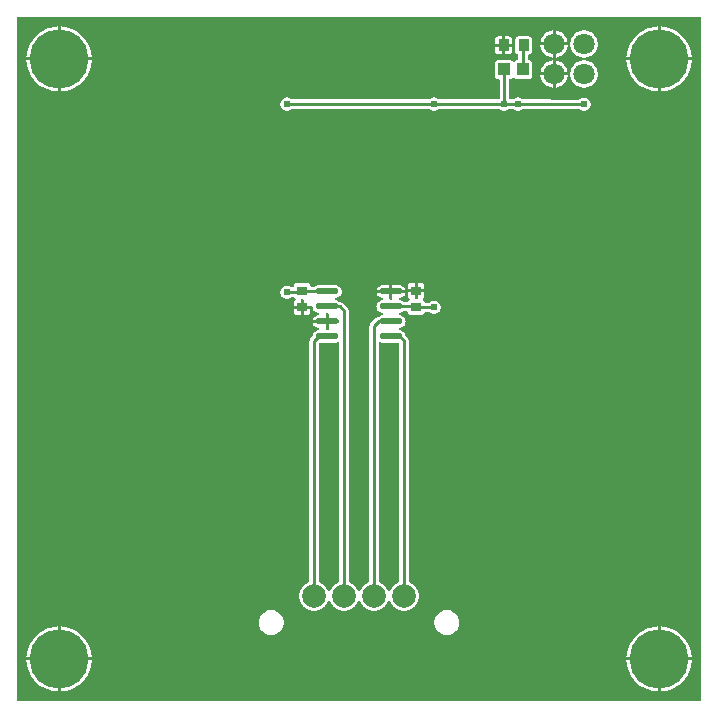
<source format=gtl>
G04 Layer: TopLayer*
G04 Panelize: , Column: 2, Row: 2, Board Size: 58.42mm x 58.42mm, Panelized Board Size: 118.84mm x 118.84mm*
G04 EasyEDA v6.5.34, 2023-08-21 18:11:39*
G04 00f0e8dbea56480481fd11457a506d8e,5a6b42c53f6a479593ecc07194224c93,10*
G04 Gerber Generator version 0.2*
G04 Scale: 100 percent, Rotated: No, Reflected: No *
G04 Dimensions in millimeters *
G04 leading zeros omitted , absolute positions ,4 integer and 5 decimal *
%FSLAX45Y45*%
%MOMM*%

%ADD10C,0.2540*%
%ADD11O,1.950212X0.5684012*%
%ADD12R,0.8999X1.0000*%
%ADD13R,1.0000X1.1000*%
%ADD14R,0.9000X0.8000*%
%ADD15C,5.0000*%
%ADD16C,2.0000*%
%ADD17C,1.8000*%
%ADD18C,0.6096*%
%ADD19C,0.0111*%

%LPD*%
G36*
X5805932Y25908D02*
G01*
X36068Y26416D01*
X32156Y27178D01*
X28905Y29362D01*
X26670Y32664D01*
X25908Y36576D01*
X25908Y5805932D01*
X26670Y5809843D01*
X28905Y5813094D01*
X32156Y5815330D01*
X36068Y5816092D01*
X5805932Y5816092D01*
X5809843Y5815330D01*
X5813094Y5813094D01*
X5815330Y5809843D01*
X5816092Y5805932D01*
X5816092Y36068D01*
X5815330Y32207D01*
X5813094Y28905D01*
X5809843Y26670D01*
G37*

%LPC*%
G36*
X4584700Y5600700D02*
G01*
X4687112Y5600700D01*
X4686960Y5602528D01*
X4684268Y5616803D01*
X4679746Y5630672D01*
X4673549Y5643829D01*
X4665776Y5656122D01*
X4656480Y5667349D01*
X4645863Y5677306D01*
X4634077Y5685840D01*
X4621326Y5692851D01*
X4607814Y5698236D01*
X4593691Y5701842D01*
X4584700Y5702960D01*
G37*
G36*
X393700Y105562D02*
G01*
X398322Y105664D01*
X421284Y108051D01*
X443992Y112369D01*
X466242Y118618D01*
X487934Y126644D01*
X508812Y136499D01*
X528828Y148031D01*
X547827Y161239D01*
X565607Y175971D01*
X582117Y192125D01*
X597204Y209600D01*
X610819Y228295D01*
X622757Y248107D01*
X633018Y268782D01*
X641553Y290271D01*
X648208Y312369D01*
X653034Y334975D01*
X655929Y357936D01*
X656336Y368300D01*
X393700Y368300D01*
G37*
G36*
X5448300Y105613D02*
G01*
X5448300Y368300D01*
X5185410Y368300D01*
X5187289Y346405D01*
X5191150Y323646D01*
X5196890Y301244D01*
X5204460Y279450D01*
X5213858Y258317D01*
X5224983Y238099D01*
X5237784Y218846D01*
X5252161Y200710D01*
X5267960Y183896D01*
X5285130Y168402D01*
X5303520Y154432D01*
X5323027Y142087D01*
X5343499Y131368D01*
X5364835Y122428D01*
X5386781Y115265D01*
X5409285Y109982D01*
X5432145Y106629D01*
G37*
G36*
X368300Y105613D02*
G01*
X368300Y368300D01*
X105410Y368300D01*
X107289Y346405D01*
X111150Y323646D01*
X116890Y301244D01*
X124460Y279450D01*
X133858Y258317D01*
X144983Y238099D01*
X157784Y218846D01*
X172161Y200710D01*
X187960Y183896D01*
X205130Y168402D01*
X223520Y154432D01*
X243027Y142087D01*
X263499Y131368D01*
X284835Y122428D01*
X306781Y115265D01*
X329285Y109982D01*
X352145Y106629D01*
G37*
G36*
X5473700Y393700D02*
G01*
X5736336Y393700D01*
X5735929Y404063D01*
X5733034Y427024D01*
X5728208Y449630D01*
X5721553Y471728D01*
X5713018Y493217D01*
X5702757Y513892D01*
X5690819Y533704D01*
X5677204Y552348D01*
X5662117Y569874D01*
X5645607Y586028D01*
X5627827Y600760D01*
X5608828Y613968D01*
X5588812Y625500D01*
X5567934Y635355D01*
X5546242Y643382D01*
X5523992Y649630D01*
X5501284Y653948D01*
X5478322Y656336D01*
X5473700Y656437D01*
G37*
G36*
X393700Y393700D02*
G01*
X656336Y393700D01*
X655929Y404063D01*
X653034Y427024D01*
X648208Y449630D01*
X641553Y471728D01*
X633018Y493217D01*
X622757Y513892D01*
X610819Y533704D01*
X597204Y552348D01*
X582117Y569874D01*
X565607Y586028D01*
X547827Y600760D01*
X528828Y613968D01*
X508812Y625500D01*
X487934Y635355D01*
X466242Y643382D01*
X443992Y649630D01*
X421284Y653948D01*
X398322Y656336D01*
X393700Y656437D01*
G37*
G36*
X5185410Y393700D02*
G01*
X5448300Y393700D01*
X5448300Y656386D01*
X5432145Y655370D01*
X5409285Y652018D01*
X5386781Y646734D01*
X5364835Y639572D01*
X5343499Y630631D01*
X5323027Y619912D01*
X5303520Y607568D01*
X5285130Y593598D01*
X5267960Y578104D01*
X5252161Y561289D01*
X5237784Y543153D01*
X5224983Y523900D01*
X5213858Y503682D01*
X5204460Y482549D01*
X5196890Y460756D01*
X5191150Y438353D01*
X5187289Y415594D01*
G37*
G36*
X105410Y393700D02*
G01*
X368300Y393700D01*
X368300Y656386D01*
X352145Y655370D01*
X329285Y652018D01*
X306781Y646734D01*
X284835Y639572D01*
X263499Y630631D01*
X243027Y619912D01*
X223520Y607568D01*
X205130Y593598D01*
X187960Y578104D01*
X172161Y561289D01*
X157784Y543153D01*
X144983Y523900D01*
X133858Y503682D01*
X124460Y482549D01*
X116890Y460756D01*
X111150Y438353D01*
X107289Y415594D01*
G37*
G36*
X3664559Y583488D02*
G01*
X3678377Y584403D01*
X3691940Y587095D01*
X3705047Y591566D01*
X3717493Y597662D01*
X3728974Y605383D01*
X3739387Y614527D01*
X3748532Y624941D01*
X3756253Y636422D01*
X3762349Y648868D01*
X3766820Y661974D01*
X3769512Y675538D01*
X3770426Y689356D01*
X3769512Y703224D01*
X3766820Y716788D01*
X3762349Y729894D01*
X3756253Y742340D01*
X3748532Y753821D01*
X3739387Y764235D01*
X3728974Y773379D01*
X3717493Y781100D01*
X3705047Y787196D01*
X3691940Y791667D01*
X3678377Y794359D01*
X3664559Y795274D01*
X3650691Y794359D01*
X3637127Y791667D01*
X3624021Y787196D01*
X3611575Y781100D01*
X3600094Y773379D01*
X3589680Y764235D01*
X3580536Y753821D01*
X3572814Y742340D01*
X3566718Y729894D01*
X3562248Y716788D01*
X3559556Y703224D01*
X3558641Y689356D01*
X3559556Y675538D01*
X3562248Y661974D01*
X3566718Y648868D01*
X3572814Y636422D01*
X3580536Y624941D01*
X3589680Y614527D01*
X3600094Y605383D01*
X3611575Y597662D01*
X3624021Y591566D01*
X3637127Y587095D01*
X3650691Y584403D01*
G37*
G36*
X2177440Y583488D02*
G01*
X2191258Y584403D01*
X2204821Y587095D01*
X2217978Y591566D01*
X2230374Y597662D01*
X2241905Y605383D01*
X2252319Y614527D01*
X2261463Y624941D01*
X2269134Y636422D01*
X2275281Y648868D01*
X2279700Y661974D01*
X2282444Y675538D01*
X2283307Y689356D01*
X2282444Y703224D01*
X2279700Y716788D01*
X2275281Y729894D01*
X2269134Y742340D01*
X2261463Y753821D01*
X2252319Y764235D01*
X2241905Y773379D01*
X2230374Y781100D01*
X2217978Y787196D01*
X2204821Y791667D01*
X2191258Y794359D01*
X2177440Y795274D01*
X2163622Y794359D01*
X2150059Y791667D01*
X2136902Y787196D01*
X2124506Y781100D01*
X2112975Y773379D01*
X2102561Y764235D01*
X2093417Y753821D01*
X2085746Y742340D01*
X2079599Y729894D01*
X2075180Y716788D01*
X2072436Y703224D01*
X2071573Y689356D01*
X2072436Y675538D01*
X2075180Y661974D01*
X2079599Y648868D01*
X2085746Y636422D01*
X2093417Y624941D01*
X2102561Y614527D01*
X2112975Y605383D01*
X2124506Y597662D01*
X2136902Y591566D01*
X2150059Y587095D01*
X2163622Y584403D01*
G37*
G36*
X2540000Y788517D02*
G01*
X2555189Y789432D01*
X2570124Y792175D01*
X2584653Y796696D01*
X2598521Y802894D01*
X2611526Y810768D01*
X2623464Y820166D01*
X2634234Y830884D01*
X2643581Y842873D01*
X2651455Y855878D01*
X2657754Y869797D01*
X2659938Y872947D01*
X2663190Y875080D01*
X2667000Y875792D01*
X2670810Y875080D01*
X2674061Y872947D01*
X2676245Y869797D01*
X2682544Y855878D01*
X2690418Y842873D01*
X2699766Y830884D01*
X2710535Y820166D01*
X2722473Y810768D01*
X2735478Y802894D01*
X2749346Y796696D01*
X2763875Y792175D01*
X2778810Y789432D01*
X2794000Y788517D01*
X2809189Y789432D01*
X2824124Y792175D01*
X2838653Y796696D01*
X2852521Y802894D01*
X2865526Y810768D01*
X2877464Y820166D01*
X2888234Y830884D01*
X2897581Y842873D01*
X2905455Y855878D01*
X2911754Y869797D01*
X2913938Y872947D01*
X2917190Y875080D01*
X2921000Y875792D01*
X2924810Y875080D01*
X2928061Y872947D01*
X2930245Y869797D01*
X2936544Y855878D01*
X2944418Y842873D01*
X2953766Y830884D01*
X2964535Y820166D01*
X2976473Y810768D01*
X2989478Y802894D01*
X3003346Y796696D01*
X3017875Y792175D01*
X3032810Y789432D01*
X3048000Y788517D01*
X3063189Y789432D01*
X3078124Y792175D01*
X3092653Y796696D01*
X3106521Y802894D01*
X3119526Y810768D01*
X3131464Y820166D01*
X3142234Y830884D01*
X3151581Y842873D01*
X3159455Y855878D01*
X3165754Y869797D01*
X3167938Y872947D01*
X3171190Y875080D01*
X3175000Y875792D01*
X3178810Y875080D01*
X3182061Y872947D01*
X3184245Y869797D01*
X3190544Y855878D01*
X3198418Y842873D01*
X3207766Y830884D01*
X3218535Y820166D01*
X3230473Y810768D01*
X3243478Y802894D01*
X3257346Y796696D01*
X3271875Y792175D01*
X3286810Y789432D01*
X3302000Y788517D01*
X3317189Y789432D01*
X3332124Y792175D01*
X3346653Y796696D01*
X3360521Y802894D01*
X3373526Y810768D01*
X3385464Y820166D01*
X3396234Y830884D01*
X3405581Y842873D01*
X3413455Y855878D01*
X3419703Y869746D01*
X3424224Y884275D01*
X3426968Y899210D01*
X3427882Y914400D01*
X3426968Y929538D01*
X3424224Y944524D01*
X3419703Y959053D01*
X3413455Y972870D01*
X3405581Y985875D01*
X3396234Y997864D01*
X3385464Y1008634D01*
X3373526Y1017981D01*
X3360521Y1025855D01*
X3346602Y1032103D01*
X3343452Y1034338D01*
X3341319Y1037590D01*
X3340608Y1041400D01*
X3340608Y3072892D01*
X3339795Y3080918D01*
X3337610Y3088132D01*
X3334054Y3094837D01*
X3328924Y3101035D01*
X3317138Y3112820D01*
X3315106Y3115716D01*
X3314039Y3120898D01*
X3311601Y3130042D01*
X3307587Y3138627D01*
X3302203Y3146399D01*
X3295497Y3153105D01*
X3287725Y3158490D01*
X3279140Y3162503D01*
X3269183Y3165195D01*
X3265271Y3167227D01*
X3262629Y3170682D01*
X3261664Y3175000D01*
X3262629Y3179267D01*
X3265271Y3182772D01*
X3269183Y3184804D01*
X3279140Y3187496D01*
X3287725Y3191459D01*
X3295497Y3196894D01*
X3302203Y3203600D01*
X3307587Y3211372D01*
X3311601Y3219907D01*
X3314039Y3229051D01*
X3314903Y3238500D01*
X3314039Y3247898D01*
X3311601Y3257042D01*
X3307587Y3265627D01*
X3302203Y3273399D01*
X3295497Y3280105D01*
X3287725Y3285490D01*
X3279140Y3289503D01*
X3269183Y3292195D01*
X3265271Y3294227D01*
X3262629Y3297682D01*
X3261664Y3302000D01*
X3262629Y3306267D01*
X3265271Y3309772D01*
X3269183Y3311804D01*
X3279140Y3314496D01*
X3287725Y3318459D01*
X3298799Y3326129D01*
X3302660Y3326892D01*
X3322777Y3326892D01*
X3326384Y3326231D01*
X3329533Y3324301D01*
X3331819Y3321405D01*
X3332886Y3317849D01*
X3333394Y3313226D01*
X3335324Y3307791D01*
X3338372Y3302914D01*
X3342487Y3298799D01*
X3347364Y3295700D01*
X3352850Y3293821D01*
X3359150Y3293110D01*
X3447999Y3293110D01*
X3454349Y3293821D01*
X3459784Y3295700D01*
X3464712Y3298799D01*
X3468776Y3302914D01*
X3471875Y3307791D01*
X3473907Y3313582D01*
X3476040Y3317138D01*
X3479444Y3319526D01*
X3483508Y3320338D01*
X3510991Y3320338D01*
X3514902Y3319576D01*
X3518204Y3317392D01*
X3519779Y3315817D01*
X3527806Y3310178D01*
X3536696Y3306013D01*
X3546195Y3303473D01*
X3556000Y3302609D01*
X3565753Y3303473D01*
X3575253Y3306013D01*
X3584143Y3310178D01*
X3592220Y3315817D01*
X3599129Y3322777D01*
X3604768Y3330803D01*
X3608933Y3339693D01*
X3611473Y3349193D01*
X3612337Y3358997D01*
X3611473Y3368751D01*
X3608933Y3378250D01*
X3604768Y3387140D01*
X3599129Y3395218D01*
X3592220Y3402126D01*
X3584143Y3407765D01*
X3575253Y3411931D01*
X3565753Y3414471D01*
X3556000Y3415334D01*
X3546195Y3414471D01*
X3536696Y3411931D01*
X3527806Y3407765D01*
X3519779Y3402126D01*
X3518154Y3400551D01*
X3514902Y3398367D01*
X3510991Y3397554D01*
X3483508Y3397554D01*
X3479444Y3398418D01*
X3476040Y3400806D01*
X3473907Y3404362D01*
X3471875Y3410204D01*
X3468776Y3415131D01*
X3464712Y3419195D01*
X3462832Y3420414D01*
X3459886Y3423208D01*
X3458260Y3426968D01*
X3458260Y3431032D01*
X3459886Y3434791D01*
X3462832Y3437585D01*
X3464712Y3438753D01*
X3468776Y3442868D01*
X3471875Y3447745D01*
X3473805Y3453231D01*
X3474516Y3459530D01*
X3474516Y3486302D01*
X3416300Y3486302D01*
X3416300Y3435045D01*
X3415537Y3431184D01*
X3413302Y3427882D01*
X3410000Y3425698D01*
X3406140Y3424885D01*
X3401060Y3424885D01*
X3397148Y3425698D01*
X3393846Y3427882D01*
X3391662Y3431184D01*
X3390900Y3435045D01*
X3390900Y3486302D01*
X3334308Y3486302D01*
X3332022Y3482746D01*
X3330295Y3481628D01*
X3331819Y3479444D01*
X3332683Y3475380D01*
X3332683Y3459530D01*
X3333394Y3453231D01*
X3335324Y3447745D01*
X3338372Y3442868D01*
X3342487Y3438753D01*
X3344367Y3437585D01*
X3347313Y3434791D01*
X3348888Y3431032D01*
X3348888Y3426968D01*
X3347313Y3423208D01*
X3344367Y3420414D01*
X3342487Y3419195D01*
X3338423Y3415131D01*
X3334613Y3408934D01*
X3332327Y3406343D01*
X3329330Y3404666D01*
X3325977Y3404108D01*
X3302660Y3404108D01*
X3298799Y3404870D01*
X3287725Y3412490D01*
X3279140Y3416503D01*
X3269183Y3419195D01*
X3265271Y3421227D01*
X3262629Y3424682D01*
X3261664Y3429000D01*
X3262629Y3433267D01*
X3265271Y3436772D01*
X3269183Y3438804D01*
X3279140Y3441496D01*
X3287725Y3445459D01*
X3295497Y3450894D01*
X3302203Y3457600D01*
X3307587Y3465372D01*
X3311601Y3473907D01*
X3312718Y3478022D01*
X3313582Y3479800D01*
X3204210Y3479800D01*
X3204210Y3429965D01*
X3203448Y3426104D01*
X3201212Y3422802D01*
X3197910Y3420618D01*
X3194050Y3419805D01*
X3188970Y3419805D01*
X3185058Y3420618D01*
X3181756Y3422802D01*
X3179572Y3426104D01*
X3178810Y3429965D01*
X3178810Y3479800D01*
X3069844Y3479800D01*
X3071418Y3473907D01*
X3075381Y3465372D01*
X3080816Y3457600D01*
X3087522Y3450894D01*
X3095294Y3445459D01*
X3103829Y3441496D01*
X3113836Y3438804D01*
X3117697Y3436772D01*
X3120390Y3433267D01*
X3121355Y3429000D01*
X3120390Y3424682D01*
X3117697Y3421227D01*
X3113836Y3419195D01*
X3103829Y3416503D01*
X3095294Y3412490D01*
X3087522Y3407105D01*
X3080816Y3400399D01*
X3075381Y3392627D01*
X3071418Y3384042D01*
X3068929Y3374898D01*
X3068116Y3365500D01*
X3068929Y3356051D01*
X3071418Y3346907D01*
X3075381Y3338372D01*
X3080816Y3330600D01*
X3087522Y3323894D01*
X3095294Y3318459D01*
X3103829Y3314496D01*
X3113836Y3311804D01*
X3117697Y3309772D01*
X3120390Y3306267D01*
X3121355Y3302000D01*
X3120390Y3297682D01*
X3117697Y3294227D01*
X3113836Y3292195D01*
X3103829Y3289503D01*
X3095294Y3285490D01*
X3087522Y3280105D01*
X3084068Y3277463D01*
X3078581Y3276295D01*
X3071317Y3274110D01*
X3064662Y3270554D01*
X3058464Y3265424D01*
X3021076Y3228035D01*
X3015945Y3221837D01*
X3012389Y3215132D01*
X3010204Y3207918D01*
X3009392Y3199892D01*
X3009392Y1041400D01*
X3008680Y1037590D01*
X3006547Y1034338D01*
X3003397Y1032103D01*
X2989478Y1025855D01*
X2976473Y1017981D01*
X2964535Y1008634D01*
X2953766Y997864D01*
X2944418Y985875D01*
X2936544Y972870D01*
X2930245Y958951D01*
X2928061Y955802D01*
X2924810Y953719D01*
X2921000Y952957D01*
X2917190Y953719D01*
X2913938Y955802D01*
X2911754Y958951D01*
X2905455Y972870D01*
X2897581Y985875D01*
X2888234Y997864D01*
X2877464Y1008634D01*
X2865526Y1017981D01*
X2852521Y1025855D01*
X2838602Y1032103D01*
X2835452Y1034338D01*
X2833319Y1037590D01*
X2832608Y1041400D01*
X2832608Y3326892D01*
X2831795Y3334918D01*
X2829610Y3342132D01*
X2826054Y3348786D01*
X2820924Y3355035D01*
X2783535Y3392424D01*
X2777337Y3397554D01*
X2770632Y3401110D01*
X2763418Y3403295D01*
X2757932Y3404463D01*
X2754477Y3407105D01*
X2746705Y3412490D01*
X2738120Y3416503D01*
X2728163Y3419195D01*
X2724251Y3421227D01*
X2721610Y3424682D01*
X2720644Y3429000D01*
X2721610Y3433267D01*
X2724251Y3436772D01*
X2728163Y3438804D01*
X2738120Y3441496D01*
X2746705Y3445459D01*
X2754477Y3450894D01*
X2761183Y3457600D01*
X2766568Y3465372D01*
X2770581Y3473907D01*
X2773019Y3483051D01*
X2773883Y3492500D01*
X2773019Y3501898D01*
X2770581Y3511042D01*
X2766568Y3519627D01*
X2761183Y3527399D01*
X2754477Y3534105D01*
X2746705Y3539490D01*
X2738120Y3543503D01*
X2729026Y3545941D01*
X2719120Y3546805D01*
X2581859Y3546805D01*
X2571953Y3545941D01*
X2562809Y3543503D01*
X2554274Y3539490D01*
X2543200Y3531870D01*
X2539288Y3531108D01*
X2519222Y3531108D01*
X2515565Y3531768D01*
X2512415Y3533698D01*
X2510180Y3536594D01*
X2509113Y3540099D01*
X2508605Y3544722D01*
X2506675Y3550208D01*
X2503576Y3555085D01*
X2499512Y3559200D01*
X2494584Y3562248D01*
X2489149Y3564178D01*
X2482799Y3564890D01*
X2393950Y3564890D01*
X2387650Y3564178D01*
X2382164Y3562248D01*
X2377287Y3559200D01*
X2373172Y3555085D01*
X2370124Y3550208D01*
X2368194Y3544722D01*
X2367483Y3538423D01*
X2367483Y3534765D01*
X2366721Y3530854D01*
X2364486Y3527551D01*
X2361234Y3525367D01*
X2356408Y3524605D01*
X2352497Y3525367D01*
X2349195Y3527551D01*
X2347620Y3529126D01*
X2339594Y3534765D01*
X2330653Y3538931D01*
X2321204Y3541471D01*
X2311400Y3542334D01*
X2301595Y3541471D01*
X2292146Y3538931D01*
X2283206Y3534765D01*
X2275179Y3529126D01*
X2268220Y3522218D01*
X2262581Y3514140D01*
X2258466Y3505250D01*
X2255926Y3495751D01*
X2255062Y3485997D01*
X2255926Y3476193D01*
X2258466Y3466693D01*
X2262581Y3457803D01*
X2268220Y3449777D01*
X2275179Y3442817D01*
X2283206Y3437178D01*
X2292146Y3433013D01*
X2301595Y3430473D01*
X2311400Y3429609D01*
X2321204Y3430473D01*
X2330653Y3433013D01*
X2339594Y3437178D01*
X2347620Y3442817D01*
X2349195Y3444392D01*
X2352497Y3446576D01*
X2356408Y3447389D01*
X2364740Y3447389D01*
X2367991Y3446830D01*
X2370937Y3445306D01*
X2377287Y3438753D01*
X2379167Y3437585D01*
X2382113Y3434791D01*
X2383688Y3431032D01*
X2383688Y3426968D01*
X2382113Y3423208D01*
X2379167Y3420414D01*
X2377287Y3419195D01*
X2373172Y3415131D01*
X2370124Y3410204D01*
X2368194Y3404768D01*
X2367483Y3398418D01*
X2367483Y3371697D01*
X2425700Y3371697D01*
X2425700Y3422904D01*
X2426462Y3426815D01*
X2428646Y3430117D01*
X2431948Y3432301D01*
X2435860Y3433064D01*
X2440940Y3433064D01*
X2444800Y3432301D01*
X2448102Y3430117D01*
X2450338Y3426815D01*
X2451100Y3422904D01*
X2451100Y3371697D01*
X2517241Y3371697D01*
X2520950Y3370986D01*
X2524099Y3369056D01*
X2526385Y3366058D01*
X2527350Y3362451D01*
X2527808Y3357372D01*
X2527503Y3354578D01*
X2529281Y3351022D01*
X2530398Y3346907D01*
X2534361Y3338372D01*
X2539796Y3330600D01*
X2546502Y3323894D01*
X2554274Y3318459D01*
X2562809Y3314496D01*
X2572816Y3311804D01*
X2576677Y3309772D01*
X2579370Y3306267D01*
X2580335Y3302000D01*
X2579370Y3297682D01*
X2576677Y3294227D01*
X2572816Y3292195D01*
X2562809Y3289503D01*
X2554274Y3285490D01*
X2546502Y3280105D01*
X2539796Y3273399D01*
X2534361Y3265627D01*
X2530398Y3257042D01*
X2528824Y3251200D01*
X2637790Y3251200D01*
X2637790Y3300984D01*
X2638552Y3304895D01*
X2640736Y3308197D01*
X2644038Y3310382D01*
X2647950Y3311144D01*
X2653030Y3311144D01*
X2656890Y3310382D01*
X2660192Y3308197D01*
X2662428Y3304895D01*
X2663190Y3300984D01*
X2663190Y3251200D01*
X2745232Y3251200D01*
X2749143Y3250438D01*
X2752394Y3248202D01*
X2754630Y3244900D01*
X2755392Y3241040D01*
X2755392Y3235960D01*
X2754630Y3232048D01*
X2752394Y3228746D01*
X2749143Y3226562D01*
X2745232Y3225800D01*
X2663190Y3225800D01*
X2663190Y3175965D01*
X2662428Y3172104D01*
X2660192Y3168802D01*
X2656890Y3166618D01*
X2653030Y3165805D01*
X2647950Y3165805D01*
X2644038Y3166618D01*
X2640736Y3168802D01*
X2638552Y3172104D01*
X2637790Y3175965D01*
X2637790Y3225800D01*
X2528824Y3225800D01*
X2530398Y3219907D01*
X2534361Y3211372D01*
X2539796Y3203600D01*
X2546502Y3196894D01*
X2554274Y3191459D01*
X2562809Y3187496D01*
X2572816Y3184804D01*
X2576677Y3182772D01*
X2579370Y3179267D01*
X2580335Y3175000D01*
X2579370Y3170682D01*
X2576677Y3167227D01*
X2572816Y3165195D01*
X2562809Y3162503D01*
X2554274Y3158490D01*
X2546502Y3153105D01*
X2539796Y3146399D01*
X2534361Y3138627D01*
X2530398Y3130042D01*
X2527909Y3120898D01*
X2526842Y3115716D01*
X2524861Y3112820D01*
X2513076Y3101035D01*
X2507945Y3094837D01*
X2504389Y3088132D01*
X2502204Y3080918D01*
X2501392Y3072892D01*
X2501392Y1041400D01*
X2500680Y1037590D01*
X2498547Y1034338D01*
X2495397Y1032103D01*
X2481478Y1025855D01*
X2468473Y1017981D01*
X2456535Y1008634D01*
X2445766Y997864D01*
X2436418Y985875D01*
X2428544Y972870D01*
X2422296Y959053D01*
X2417775Y944524D01*
X2415032Y929538D01*
X2414117Y914400D01*
X2415032Y899210D01*
X2417775Y884275D01*
X2422296Y869746D01*
X2428544Y855878D01*
X2436418Y842873D01*
X2445766Y830884D01*
X2456535Y820166D01*
X2468473Y810768D01*
X2481478Y802894D01*
X2495346Y796696D01*
X2509875Y792175D01*
X2524810Y789432D01*
G37*
G36*
X4456887Y5600700D02*
G01*
X4559300Y5600700D01*
X4559300Y5702960D01*
X4550308Y5701842D01*
X4536186Y5698236D01*
X4522673Y5692851D01*
X4509922Y5685840D01*
X4498136Y5677306D01*
X4487519Y5667349D01*
X4478223Y5656122D01*
X4470450Y5643829D01*
X4464253Y5630672D01*
X4459732Y5616803D01*
X4457039Y5602528D01*
G37*
G36*
X4156811Y5588000D02*
G01*
X4214977Y5588000D01*
X4214977Y5624728D01*
X4214266Y5631027D01*
X4212386Y5636514D01*
X4209288Y5641390D01*
X4205224Y5645505D01*
X4200296Y5648604D01*
X4194860Y5650484D01*
X4188510Y5651195D01*
X4156811Y5651195D01*
G37*
G36*
X4073194Y5588000D02*
G01*
X4131411Y5588000D01*
X4131411Y5651195D01*
X4099661Y5651195D01*
X4093362Y5650484D01*
X4087876Y5648604D01*
X4082999Y5645505D01*
X4078884Y5641390D01*
X4075785Y5636514D01*
X4073906Y5631027D01*
X4073194Y5624728D01*
G37*
G36*
X4156811Y5499404D02*
G01*
X4188510Y5499404D01*
X4194860Y5500116D01*
X4200296Y5501995D01*
X4205224Y5505094D01*
X4209288Y5509158D01*
X4212386Y5514086D01*
X4214266Y5519521D01*
X4214977Y5525871D01*
X4214977Y5562600D01*
X4156811Y5562600D01*
G37*
G36*
X4099661Y5499404D02*
G01*
X4131411Y5499404D01*
X4131411Y5562600D01*
X4073194Y5562600D01*
X4073194Y5525871D01*
X4073906Y5519521D01*
X4075785Y5514086D01*
X4078884Y5509158D01*
X4082999Y5505094D01*
X4087876Y5501995D01*
X4093362Y5500116D01*
G37*
G36*
X105410Y5473700D02*
G01*
X368300Y5473700D01*
X368300Y5736386D01*
X352145Y5735370D01*
X329285Y5732018D01*
X306781Y5726734D01*
X284835Y5719572D01*
X263499Y5710631D01*
X243027Y5699912D01*
X223520Y5687568D01*
X205130Y5673598D01*
X187960Y5658104D01*
X172161Y5641289D01*
X157784Y5623153D01*
X144983Y5603900D01*
X133858Y5583682D01*
X124460Y5562549D01*
X116890Y5540756D01*
X111150Y5518353D01*
X107289Y5495594D01*
G37*
G36*
X5185410Y5473700D02*
G01*
X5448300Y5473700D01*
X5448300Y5736386D01*
X5432145Y5735370D01*
X5409285Y5732018D01*
X5386781Y5726734D01*
X5364835Y5719572D01*
X5343499Y5710631D01*
X5323027Y5699912D01*
X5303520Y5687568D01*
X5285130Y5673598D01*
X5267960Y5658104D01*
X5252161Y5641289D01*
X5237784Y5623153D01*
X5224983Y5603900D01*
X5213858Y5583682D01*
X5204460Y5562549D01*
X5196890Y5540756D01*
X5191150Y5518353D01*
X5187289Y5495594D01*
G37*
G36*
X393700Y5473700D02*
G01*
X656336Y5473700D01*
X655929Y5484063D01*
X653034Y5507024D01*
X648208Y5529630D01*
X641553Y5551728D01*
X633018Y5573217D01*
X622757Y5593892D01*
X610819Y5613704D01*
X597204Y5632348D01*
X582117Y5649874D01*
X565607Y5666028D01*
X547827Y5680760D01*
X528828Y5693968D01*
X508812Y5705500D01*
X487934Y5715355D01*
X466242Y5723382D01*
X443992Y5729630D01*
X421284Y5733948D01*
X398322Y5736336D01*
X393700Y5736437D01*
G37*
G36*
X2393950Y3293110D02*
G01*
X2425700Y3293110D01*
X2425700Y3346297D01*
X2367483Y3346297D01*
X2367483Y3319576D01*
X2368194Y3313226D01*
X2370124Y3307791D01*
X2373172Y3302914D01*
X2377287Y3298799D01*
X2382164Y3295700D01*
X2387650Y3293821D01*
G37*
G36*
X2451100Y3293110D02*
G01*
X2482799Y3293110D01*
X2489149Y3293821D01*
X2494584Y3295700D01*
X2499512Y3298799D01*
X2503576Y3302914D01*
X2506675Y3307791D01*
X2508605Y3313226D01*
X2509316Y3319576D01*
X2509316Y3346297D01*
X2451100Y3346297D01*
G37*
G36*
X5473700Y5473700D02*
G01*
X5736336Y5473700D01*
X5735929Y5484063D01*
X5733034Y5507024D01*
X5728208Y5529630D01*
X5721553Y5551728D01*
X5713018Y5573217D01*
X5702757Y5593892D01*
X5690819Y5613704D01*
X5677204Y5632348D01*
X5662117Y5649874D01*
X5645607Y5666028D01*
X5627827Y5680760D01*
X5608828Y5693968D01*
X5588812Y5705500D01*
X5567934Y5715355D01*
X5546242Y5723382D01*
X5523992Y5729630D01*
X5501284Y5733948D01*
X5478322Y5736336D01*
X5473700Y5736437D01*
G37*
G36*
X4584700Y5473039D02*
G01*
X4593691Y5474157D01*
X4607814Y5477764D01*
X4621326Y5483148D01*
X4634077Y5490159D01*
X4645863Y5498693D01*
X4656480Y5508650D01*
X4665776Y5519877D01*
X4673549Y5532170D01*
X4679746Y5545328D01*
X4684268Y5559196D01*
X4686960Y5573471D01*
X4687112Y5575300D01*
X4584700Y5575300D01*
G37*
G36*
X4559300Y5473039D02*
G01*
X4559300Y5575300D01*
X4456887Y5575300D01*
X4457039Y5573471D01*
X4459732Y5559196D01*
X4464253Y5545328D01*
X4470450Y5532170D01*
X4478223Y5519877D01*
X4487519Y5508650D01*
X4498136Y5498693D01*
X4509922Y5490159D01*
X4522673Y5483148D01*
X4536186Y5477764D01*
X4550308Y5474157D01*
G37*
G36*
X4818735Y5472328D02*
G01*
X4833264Y5472328D01*
X4847691Y5474157D01*
X4861814Y5477764D01*
X4875326Y5483148D01*
X4888077Y5490159D01*
X4899863Y5498693D01*
X4910480Y5508650D01*
X4919776Y5519877D01*
X4927549Y5532170D01*
X4933746Y5545328D01*
X4938268Y5559196D01*
X4940960Y5573471D01*
X4941874Y5588000D01*
X4940960Y5602528D01*
X4938268Y5616803D01*
X4933746Y5630672D01*
X4927549Y5643829D01*
X4919776Y5656122D01*
X4910480Y5667349D01*
X4899863Y5677306D01*
X4888077Y5685840D01*
X4875326Y5692851D01*
X4861814Y5698236D01*
X4847691Y5701842D01*
X4833264Y5703671D01*
X4818735Y5703671D01*
X4804308Y5701842D01*
X4790186Y5698236D01*
X4776673Y5692851D01*
X4763922Y5685840D01*
X4752136Y5677306D01*
X4741519Y5667349D01*
X4732223Y5656122D01*
X4724450Y5643829D01*
X4718253Y5630672D01*
X4713732Y5616803D01*
X4711039Y5602528D01*
X4710125Y5588000D01*
X4711039Y5573471D01*
X4713732Y5559196D01*
X4718253Y5545328D01*
X4724450Y5532170D01*
X4732223Y5519877D01*
X4741519Y5508650D01*
X4752136Y5498693D01*
X4763922Y5490159D01*
X4776673Y5483148D01*
X4790186Y5477764D01*
X4804308Y5474157D01*
G37*
G36*
X4584700Y5346700D02*
G01*
X4687112Y5346700D01*
X4686960Y5348528D01*
X4684268Y5362803D01*
X4679746Y5376672D01*
X4673549Y5389829D01*
X4665776Y5402122D01*
X4656480Y5413349D01*
X4645863Y5423306D01*
X4634077Y5431840D01*
X4621326Y5438851D01*
X4607814Y5444236D01*
X4593691Y5447842D01*
X4584700Y5448960D01*
G37*
G36*
X4456887Y5346700D02*
G01*
X4559300Y5346700D01*
X4559300Y5448960D01*
X4550308Y5447842D01*
X4536186Y5444236D01*
X4522673Y5438851D01*
X4509922Y5431840D01*
X4498136Y5423306D01*
X4487519Y5413349D01*
X4478223Y5402122D01*
X4470450Y5389829D01*
X4464253Y5376672D01*
X4459732Y5362803D01*
X4457039Y5348528D01*
G37*
G36*
X4584700Y5219039D02*
G01*
X4593691Y5220157D01*
X4607814Y5223764D01*
X4621326Y5229148D01*
X4634077Y5236159D01*
X4645863Y5244693D01*
X4656480Y5254650D01*
X4665776Y5265877D01*
X4673549Y5278170D01*
X4679746Y5291328D01*
X4684268Y5305196D01*
X4686960Y5319471D01*
X4687112Y5321300D01*
X4584700Y5321300D01*
G37*
G36*
X4559300Y5219039D02*
G01*
X4559300Y5321300D01*
X4456887Y5321300D01*
X4457039Y5319471D01*
X4459732Y5305196D01*
X4464253Y5291328D01*
X4470450Y5278170D01*
X4478223Y5265877D01*
X4487519Y5254650D01*
X4498136Y5244693D01*
X4509922Y5236159D01*
X4522673Y5229148D01*
X4536186Y5223764D01*
X4550308Y5220157D01*
G37*
G36*
X3204210Y3505200D02*
G01*
X3313074Y3505200D01*
X3311601Y3511042D01*
X3307587Y3519627D01*
X3302203Y3527399D01*
X3295497Y3534105D01*
X3287725Y3539490D01*
X3279140Y3543503D01*
X3270046Y3545941D01*
X3260140Y3546805D01*
X3204210Y3546805D01*
G37*
G36*
X3069844Y3505200D02*
G01*
X3178810Y3505200D01*
X3178810Y3546805D01*
X3122879Y3546805D01*
X3112973Y3545941D01*
X3103829Y3543503D01*
X3095294Y3539490D01*
X3087522Y3534105D01*
X3080816Y3527399D01*
X3075381Y3519627D01*
X3071418Y3511042D01*
G37*
G36*
X3416300Y3511702D02*
G01*
X3474516Y3511702D01*
X3474516Y3538423D01*
X3473805Y3544722D01*
X3471875Y3550208D01*
X3468776Y3555085D01*
X3464712Y3559200D01*
X3459784Y3562248D01*
X3454349Y3564178D01*
X3447999Y3564890D01*
X3416300Y3564890D01*
G37*
G36*
X3332683Y3511702D02*
G01*
X3390900Y3511702D01*
X3390900Y3564890D01*
X3359150Y3564890D01*
X3352850Y3564178D01*
X3347364Y3562248D01*
X3342487Y3559200D01*
X3338372Y3555085D01*
X3335324Y3550208D01*
X3333394Y3544722D01*
X3332683Y3538423D01*
G37*
G36*
X5473700Y105562D02*
G01*
X5478322Y105664D01*
X5501284Y108051D01*
X5523992Y112369D01*
X5546242Y118618D01*
X5567934Y126644D01*
X5588812Y136499D01*
X5608828Y148031D01*
X5627827Y161239D01*
X5645607Y175971D01*
X5662117Y192125D01*
X5677204Y209600D01*
X5690819Y228295D01*
X5702757Y248107D01*
X5713018Y268782D01*
X5721553Y290271D01*
X5728208Y312369D01*
X5733034Y334975D01*
X5735929Y357936D01*
X5736336Y368300D01*
X5473700Y368300D01*
G37*
G36*
X4818735Y5218328D02*
G01*
X4833264Y5218328D01*
X4847691Y5220157D01*
X4861814Y5223764D01*
X4875326Y5229148D01*
X4888077Y5236159D01*
X4899863Y5244693D01*
X4910480Y5254650D01*
X4919776Y5265877D01*
X4927549Y5278170D01*
X4933746Y5291328D01*
X4938268Y5305196D01*
X4940960Y5319471D01*
X4941874Y5334000D01*
X4940960Y5348528D01*
X4938268Y5362803D01*
X4933746Y5376672D01*
X4927549Y5389829D01*
X4919776Y5402122D01*
X4910480Y5413349D01*
X4899863Y5423306D01*
X4888077Y5431840D01*
X4875326Y5438851D01*
X4861814Y5444236D01*
X4847691Y5447842D01*
X4833264Y5449671D01*
X4818735Y5449671D01*
X4804308Y5447842D01*
X4790186Y5444236D01*
X4776673Y5438851D01*
X4763922Y5431840D01*
X4752136Y5423306D01*
X4741519Y5413349D01*
X4732223Y5402122D01*
X4724450Y5389829D01*
X4718253Y5376672D01*
X4713732Y5362803D01*
X4711039Y5348528D01*
X4710125Y5334000D01*
X4711039Y5319471D01*
X4713732Y5305196D01*
X4718253Y5291328D01*
X4724450Y5278170D01*
X4732223Y5265877D01*
X4741519Y5254650D01*
X4752136Y5244693D01*
X4763922Y5236159D01*
X4776673Y5229148D01*
X4790186Y5223764D01*
X4804308Y5220157D01*
G37*
G36*
X4826000Y5022138D02*
G01*
X4835804Y5023002D01*
X4845253Y5025542D01*
X4854194Y5029708D01*
X4862220Y5035346D01*
X4869180Y5042255D01*
X4874818Y5050332D01*
X4878933Y5059222D01*
X4881473Y5068722D01*
X4882337Y5078476D01*
X4881473Y5088280D01*
X4878933Y5097780D01*
X4874818Y5106670D01*
X4869180Y5114747D01*
X4862220Y5121656D01*
X4854194Y5127294D01*
X4845253Y5131460D01*
X4835804Y5134000D01*
X4826000Y5134864D01*
X4816195Y5134000D01*
X4806746Y5131460D01*
X4797806Y5127294D01*
X4789779Y5121656D01*
X4788306Y5120182D01*
X4785004Y5117947D01*
X4781092Y5117185D01*
X4312310Y5118455D01*
X4308398Y5119268D01*
X4305147Y5121452D01*
X4303420Y5123180D01*
X4295394Y5128818D01*
X4286453Y5132933D01*
X4277004Y5135473D01*
X4267200Y5136337D01*
X4257395Y5135473D01*
X4247946Y5132933D01*
X4239006Y5128818D01*
X4230979Y5123180D01*
X4229404Y5121554D01*
X4226102Y5119370D01*
X4222191Y5118608D01*
X4197858Y5118608D01*
X4193997Y5119370D01*
X4190695Y5121554D01*
X4188460Y5124856D01*
X4187698Y5128768D01*
X4187698Y5281015D01*
X4188358Y5284673D01*
X4190339Y5287873D01*
X4193286Y5290108D01*
X4196892Y5291124D01*
X4204919Y5291937D01*
X4210304Y5293817D01*
X4215231Y5296916D01*
X4219295Y5300980D01*
X4220514Y5302859D01*
X4223308Y5305806D01*
X4227068Y5307431D01*
X4231132Y5307431D01*
X4234891Y5305806D01*
X4237685Y5302859D01*
X4238904Y5300980D01*
X4242968Y5296916D01*
X4247896Y5293817D01*
X4253331Y5291886D01*
X4259681Y5291175D01*
X4358538Y5291175D01*
X4364837Y5291886D01*
X4370324Y5293817D01*
X4375200Y5296916D01*
X4379315Y5300980D01*
X4382363Y5305907D01*
X4384294Y5311343D01*
X4385005Y5317693D01*
X4385005Y5426506D01*
X4384294Y5432856D01*
X4382363Y5438292D01*
X4379315Y5443220D01*
X4375200Y5447284D01*
X4370324Y5450382D01*
X4364939Y5452262D01*
X4356862Y5453075D01*
X4353306Y5454091D01*
X4350308Y5456326D01*
X4348378Y5459526D01*
X4347667Y5463184D01*
X4347667Y5489244D01*
X4348378Y5492902D01*
X4350308Y5496052D01*
X4353306Y5498287D01*
X4356862Y5499354D01*
X4364888Y5500116D01*
X4370324Y5501995D01*
X4375200Y5505094D01*
X4379315Y5509158D01*
X4382363Y5514086D01*
X4384294Y5519521D01*
X4385005Y5525871D01*
X4385005Y5624728D01*
X4384294Y5631027D01*
X4382363Y5636514D01*
X4379315Y5641390D01*
X4375200Y5645505D01*
X4370324Y5648604D01*
X4364837Y5650484D01*
X4358538Y5651195D01*
X4269689Y5651195D01*
X4263339Y5650484D01*
X4257903Y5648604D01*
X4252976Y5645505D01*
X4248912Y5641390D01*
X4245813Y5636514D01*
X4243882Y5631027D01*
X4243171Y5624728D01*
X4243171Y5525871D01*
X4243882Y5519521D01*
X4245813Y5514086D01*
X4248912Y5509158D01*
X4252976Y5505094D01*
X4257903Y5501995D01*
X4263694Y5499963D01*
X4267200Y5497830D01*
X4269638Y5494477D01*
X4270451Y5490413D01*
X4270451Y5463184D01*
X4269790Y5459526D01*
X4267860Y5456326D01*
X4264863Y5454091D01*
X4261307Y5453075D01*
X4253280Y5452262D01*
X4247896Y5450382D01*
X4242968Y5447284D01*
X4238904Y5443220D01*
X4237685Y5441340D01*
X4234891Y5438394D01*
X4231132Y5436768D01*
X4227068Y5436768D01*
X4223308Y5438394D01*
X4220514Y5441340D01*
X4219295Y5443220D01*
X4215231Y5447284D01*
X4210304Y5450382D01*
X4204868Y5452313D01*
X4198518Y5453024D01*
X4099661Y5453024D01*
X4093362Y5452313D01*
X4087876Y5450382D01*
X4082999Y5447284D01*
X4078884Y5443220D01*
X4075836Y5438292D01*
X4073906Y5432856D01*
X4073194Y5426506D01*
X4073194Y5317693D01*
X4073906Y5311343D01*
X4075836Y5305907D01*
X4078884Y5300980D01*
X4082999Y5296916D01*
X4087876Y5293817D01*
X4093260Y5291937D01*
X4101337Y5291124D01*
X4104894Y5290108D01*
X4107840Y5287873D01*
X4109821Y5284673D01*
X4110482Y5281015D01*
X4110482Y5128768D01*
X4109720Y5124856D01*
X4107484Y5121554D01*
X4104233Y5119370D01*
X4100322Y5118608D01*
X3600958Y5118608D01*
X3597097Y5119370D01*
X3593795Y5121554D01*
X3592220Y5123129D01*
X3584143Y5128768D01*
X3575253Y5132933D01*
X3565753Y5135473D01*
X3556000Y5136337D01*
X3546195Y5135473D01*
X3536696Y5132933D01*
X3527806Y5128768D01*
X3519779Y5123129D01*
X3518204Y5121554D01*
X3514902Y5119370D01*
X3510991Y5118608D01*
X2356408Y5118608D01*
X2352497Y5119370D01*
X2349195Y5121554D01*
X2347620Y5123129D01*
X2339594Y5128768D01*
X2330653Y5132933D01*
X2321204Y5135473D01*
X2311400Y5136337D01*
X2301595Y5135473D01*
X2292146Y5132933D01*
X2283206Y5128768D01*
X2275179Y5123129D01*
X2268220Y5116220D01*
X2262581Y5108143D01*
X2258466Y5099253D01*
X2255926Y5089753D01*
X2255062Y5080000D01*
X2255926Y5070195D01*
X2258466Y5060696D01*
X2262581Y5051806D01*
X2268220Y5043779D01*
X2275179Y5036820D01*
X2283206Y5031181D01*
X2292146Y5027015D01*
X2301595Y5024475D01*
X2311400Y5023662D01*
X2321204Y5024475D01*
X2330653Y5027015D01*
X2339594Y5031181D01*
X2347620Y5036820D01*
X2349195Y5038394D01*
X2352497Y5040630D01*
X2356408Y5041392D01*
X3510991Y5041392D01*
X3514902Y5040630D01*
X3518204Y5038394D01*
X3519779Y5036820D01*
X3527806Y5031181D01*
X3536696Y5027015D01*
X3546195Y5024475D01*
X3556000Y5023662D01*
X3565753Y5024475D01*
X3575253Y5027015D01*
X3584143Y5031181D01*
X3592220Y5036820D01*
X3593795Y5038394D01*
X3597097Y5040630D01*
X3600958Y5041392D01*
X4104132Y5041392D01*
X4107992Y5040630D01*
X4111294Y5038394D01*
X4112869Y5036820D01*
X4120896Y5031181D01*
X4129836Y5027066D01*
X4139285Y5024526D01*
X4149090Y5023662D01*
X4158894Y5024526D01*
X4168343Y5027066D01*
X4177284Y5031181D01*
X4185310Y5036820D01*
X4186885Y5038394D01*
X4190187Y5040630D01*
X4194048Y5041392D01*
X4222242Y5041392D01*
X4226102Y5040630D01*
X4229404Y5038394D01*
X4230979Y5036820D01*
X4239006Y5031181D01*
X4247946Y5027066D01*
X4257395Y5024526D01*
X4267200Y5023662D01*
X4277004Y5024526D01*
X4286453Y5027066D01*
X4295394Y5031181D01*
X4303420Y5036820D01*
X4304893Y5038293D01*
X4308195Y5040477D01*
X4312056Y5041239D01*
X4780940Y5039969D01*
X4784801Y5039207D01*
X4788103Y5037023D01*
X4789779Y5035346D01*
X4797806Y5029708D01*
X4806746Y5025542D01*
X4816195Y5023002D01*
G37*
G36*
X368300Y5185613D02*
G01*
X368300Y5448300D01*
X105410Y5448300D01*
X107289Y5426405D01*
X111150Y5403646D01*
X116890Y5381244D01*
X124460Y5359450D01*
X133858Y5338318D01*
X144983Y5318099D01*
X157784Y5298846D01*
X172161Y5280710D01*
X187960Y5263896D01*
X205130Y5248402D01*
X223520Y5234432D01*
X243027Y5222087D01*
X263499Y5211368D01*
X284835Y5202428D01*
X306781Y5195265D01*
X329285Y5189982D01*
X352145Y5186629D01*
G37*
G36*
X5448300Y5185613D02*
G01*
X5448300Y5448300D01*
X5185410Y5448300D01*
X5187289Y5426405D01*
X5191150Y5403646D01*
X5196890Y5381244D01*
X5204460Y5359450D01*
X5213858Y5338318D01*
X5224983Y5318099D01*
X5237784Y5298846D01*
X5252161Y5280710D01*
X5267960Y5263896D01*
X5285130Y5248402D01*
X5303520Y5234432D01*
X5323027Y5222087D01*
X5343499Y5211368D01*
X5364835Y5202428D01*
X5386781Y5195265D01*
X5409285Y5189982D01*
X5432145Y5186629D01*
G37*
G36*
X393700Y5185562D02*
G01*
X398322Y5185664D01*
X421284Y5188051D01*
X443992Y5192369D01*
X466242Y5198618D01*
X487934Y5206644D01*
X508812Y5216499D01*
X528828Y5228031D01*
X547827Y5241239D01*
X565607Y5255971D01*
X582117Y5272125D01*
X597204Y5289600D01*
X610819Y5308295D01*
X622757Y5328107D01*
X633018Y5348782D01*
X641553Y5370271D01*
X648208Y5392369D01*
X653034Y5414975D01*
X655929Y5437936D01*
X656336Y5448300D01*
X393700Y5448300D01*
G37*
G36*
X5473700Y5185562D02*
G01*
X5478322Y5185664D01*
X5501284Y5188051D01*
X5523992Y5192369D01*
X5546242Y5198618D01*
X5567934Y5206644D01*
X5588812Y5216499D01*
X5608828Y5228031D01*
X5627827Y5241239D01*
X5645607Y5255971D01*
X5662117Y5272125D01*
X5677204Y5289600D01*
X5690819Y5308295D01*
X5702757Y5328107D01*
X5713018Y5348782D01*
X5721553Y5370271D01*
X5728208Y5392369D01*
X5733034Y5414975D01*
X5735929Y5437936D01*
X5736336Y5448300D01*
X5473700Y5448300D01*
G37*

%LPD*%
G36*
X3175000Y952957D02*
G01*
X3171190Y953719D01*
X3167938Y955802D01*
X3165754Y958951D01*
X3159455Y972870D01*
X3151581Y985875D01*
X3142234Y997864D01*
X3131464Y1008634D01*
X3119526Y1017981D01*
X3106521Y1025855D01*
X3092602Y1032103D01*
X3089452Y1034338D01*
X3087319Y1037590D01*
X3086608Y1041400D01*
X3086608Y3052572D01*
X3087420Y3056534D01*
X3089706Y3059887D01*
X3093110Y3062071D01*
X3097123Y3062732D01*
X3101086Y3061766D01*
X3103829Y3060496D01*
X3112973Y3058007D01*
X3122879Y3057144D01*
X3253232Y3057144D01*
X3257143Y3056382D01*
X3260394Y3054197D01*
X3262629Y3050895D01*
X3263392Y3046984D01*
X3263392Y1041400D01*
X3262680Y1037590D01*
X3260547Y1034338D01*
X3257397Y1032103D01*
X3243478Y1025855D01*
X3230473Y1017981D01*
X3218535Y1008634D01*
X3207766Y997864D01*
X3198418Y985875D01*
X3190544Y972870D01*
X3184245Y958951D01*
X3182061Y955802D01*
X3178810Y953719D01*
G37*

%LPD*%
G36*
X2667000Y952957D02*
G01*
X2663190Y953719D01*
X2659938Y955802D01*
X2657754Y958951D01*
X2651455Y972870D01*
X2643581Y985875D01*
X2634234Y997864D01*
X2623464Y1008634D01*
X2611526Y1017981D01*
X2598521Y1025855D01*
X2584602Y1032103D01*
X2581452Y1034338D01*
X2579319Y1037590D01*
X2578608Y1041400D01*
X2578608Y3046984D01*
X2579370Y3050895D01*
X2581605Y3054197D01*
X2584856Y3056382D01*
X2588768Y3057144D01*
X2719120Y3057144D01*
X2729026Y3058007D01*
X2738120Y3060496D01*
X2740914Y3061766D01*
X2744876Y3062732D01*
X2748889Y3062071D01*
X2752293Y3059887D01*
X2754579Y3056534D01*
X2755392Y3052572D01*
X2755392Y1041400D01*
X2754680Y1037590D01*
X2752547Y1034338D01*
X2749397Y1032103D01*
X2735478Y1025855D01*
X2722473Y1017981D01*
X2710535Y1008634D01*
X2699766Y997864D01*
X2690418Y985875D01*
X2682544Y972870D01*
X2676245Y958951D01*
X2674061Y955802D01*
X2670810Y953719D01*
G37*

%LPD*%
D10*
X4314093Y5575300D02*
G01*
X4309082Y5570288D01*
X4309082Y5372100D01*
X4149092Y5372100D02*
G01*
X4149092Y5079987D01*
X4149092Y5080000D02*
G01*
X4267187Y5079987D01*
X4826000Y5078473D01*
X2438392Y3485982D02*
G01*
X2311394Y3485982D01*
X2311394Y5079989D02*
G01*
X4149079Y5079989D01*
X2438392Y3485982D02*
G01*
X2444902Y3492492D01*
X2650484Y3492492D01*
X3403600Y3358972D02*
G01*
X3397077Y3365494D01*
X3191507Y3365494D01*
X2794000Y914400D02*
G01*
X2794000Y3327387D01*
X2755894Y3365492D01*
X2650484Y3365492D01*
X3048000Y914400D02*
G01*
X3048000Y3200397D01*
X3086094Y3238492D01*
X3191504Y3238492D01*
X3302000Y914400D02*
G01*
X3302000Y3073394D01*
X3263902Y3111492D01*
X3191504Y3111492D01*
X2540000Y914400D02*
G01*
X2540000Y3073394D01*
X2578097Y3111492D01*
X2650484Y3111492D01*
X3403600Y3358972D02*
G01*
X3555977Y3358972D01*
X3555987Y3358982D01*
D11*
G01*
X2650490Y3492500D03*
G01*
X2650490Y3365500D03*
G01*
X2650490Y3238500D03*
G01*
X2650490Y3111500D03*
G01*
X3191509Y3492500D03*
G01*
X3191509Y3365500D03*
G01*
X3191509Y3238500D03*
G01*
X3191509Y3111500D03*
D12*
G01*
X4144086Y5575300D03*
G01*
X4314088Y5575300D03*
D13*
G01*
X4149090Y5372100D03*
G01*
X4309084Y5372100D03*
D14*
G01*
X3403600Y3499002D03*
G01*
X3403600Y3358997D03*
G01*
X2438400Y3358997D03*
G01*
X2438400Y3499002D03*
D15*
G01*
X381000Y5461000D03*
G01*
X5461000Y5461000D03*
G01*
X5461000Y381000D03*
G01*
X381000Y381000D03*
D16*
G01*
X3048000Y914400D03*
G01*
X2794000Y914400D03*
G01*
X2540000Y914400D03*
G01*
X3302000Y914400D03*
D17*
G01*
X4572000Y5588000D03*
G01*
X4572000Y5334000D03*
G01*
X4826000Y5334000D03*
G01*
X4826000Y5588000D03*
D18*
G01*
X4267200Y5080000D03*
G01*
X4826000Y5078501D03*
G01*
X4149090Y5080000D03*
G01*
X2311400Y3485972D03*
G01*
X2311400Y5079974D03*
G01*
X3556000Y5079974D03*
G01*
X3556000Y3358972D03*
G01*
X2667000Y2997200D03*
G01*
X3175000Y2997200D03*
M02*

</source>
